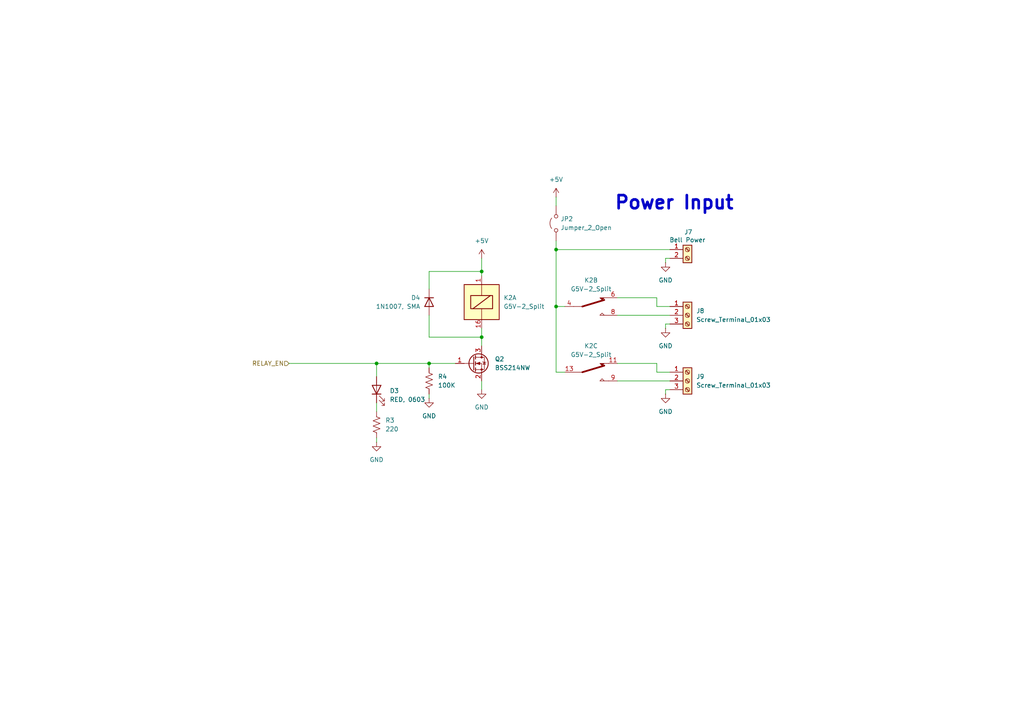
<source format=kicad_sch>
(kicad_sch (version 20231120) (generator "eeschema") (generator_version "8.0")
  (paper "A4")
  (lib_symbols
    (symbol "Connector:Screw_Terminal_01x02" (pin_names (offset 1.016) hide)
      (property "Reference" "J" (at 0 2.54 0))
      (property "Value" "Screw_Terminal_01x02" (at 0 -5.08 0))
      (symbol "Screw_Terminal_01x02_1_1"
        (rectangle (start -1.27 1.27) (end 1.27 -3.81) (stroke (width 0.254)) (fill (type background)))
        (circle (center 0 -2.54) (radius 0.635) (stroke (width 0.1524)))
        (polyline (pts (xy -0.5334 -2.2098) (xy 0.3302 -3.048)) (stroke (width 0.1524)))
        (polyline (pts (xy -0.5334 0.3302) (xy 0.3302 -0.508)) (stroke (width 0.1524)))
        (polyline (pts (xy -0.3556 -2.032) (xy 0.508 -2.8702)) (stroke (width 0.1524)))
        (polyline (pts (xy -0.3556 0.508) (xy 0.508 -0.3302)) (stroke (width 0.1524)))
        (circle (center 0 0) (radius 0.635) (stroke (width 0.1524)))
        (pin passive line (at -5.08 0 0) (length 3.81) (name "Pin_1") (number "1"))
        (pin passive line (at -5.08 -2.54 0) (length 3.81) (name "Pin_2") (number "2"))
      )
    )
    (symbol "Connector:Screw_Terminal_01x03" (pin_names (offset 1.016) hide)
      (property "Reference" "J" (at 0 5.08 0))
      (property "Value" "Screw_Terminal_01x03" (at 0 -5.08 0))
      (symbol "Screw_Terminal_01x03_1_1"
        (rectangle (start -1.27 3.81) (end 1.27 -3.81) (stroke (width 0.254)) (fill (type background)))
        (circle (center 0 -2.54) (radius 0.635) (stroke (width 0.1524)))
        (polyline (pts (xy -0.5334 -2.2098) (xy 0.3302 -3.048)) (stroke (width 0.1524)))
        (polyline (pts (xy -0.5334 0.3302) (xy 0.3302 -0.508)) (stroke (width 0.1524)))
        (polyline (pts (xy -0.5334 2.8702) (xy 0.3302 2.032)) (stroke (width 0.1524)))
        (polyline (pts (xy -0.3556 -2.032) (xy 0.508 -2.8702)) (stroke (width 0.1524)))
        (polyline (pts (xy -0.3556 0.508) (xy 0.508 -0.3302)) (stroke (width 0.1524)))
        (polyline (pts (xy -0.3556 3.048) (xy 0.508 2.2098)) (stroke (width 0.1524)))
        (circle (center 0 0) (radius 0.635) (stroke (width 0.1524)))
        (circle (center 0 2.54) (radius 0.635) (stroke (width 0.1524)))
        (pin passive line (at -5.08 2.54 0) (length 3.81) (name "Pin_1") (number "1"))
        (pin passive line (at -5.08 0 0) (length 3.81) (name "Pin_2") (number "2"))
        (pin passive line (at -5.08 -2.54 0) (length 3.81) (name "Pin_3") (number "3"))
      )
    )
    (symbol "Device:D" (pin_numbers hide) (pin_names (offset 1.016) hide)
      (property "Reference" "D" (at 0 2.54 0))
      (property "Value" "D" (at 0 -2.54 0))
      (symbol "D_0_1"
        (polyline (pts (xy -1.27 1.27) (xy -1.27 -1.27)) (stroke (width 0.254)))
        (polyline (pts (xy 1.27 0) (xy -1.27 0)))
        (polyline (pts (xy 1.27 1.27) (xy 1.27 -1.27) (xy -1.27 0) (xy 1.27 1.27)) (stroke (width 0.254)))
      )
      (symbol "D_1_1"
        (pin passive line (at -3.81 0 0) (length 2.54) (name "K") (number "1"))
        (pin passive line (at 3.81 0 180) (length 2.54) (name "A") (number "2"))
      )
    )
    (symbol "Device:LED" (pin_numbers hide) (pin_names (offset 1.016) hide)
      (property "Reference" "D" (at 0 2.54 0))
      (property "Value" "LED" (at 0 -2.54 0))
      (symbol "LED_0_1"
        (polyline (pts (xy -1.27 -1.27) (xy -1.27 1.27)) (stroke (width 0.254)))
        (polyline (pts (xy -1.27 0) (xy 1.27 0)))
        (polyline (pts (xy 1.27 -1.27) (xy 1.27 1.27) (xy -1.27 0) (xy 1.27 -1.27)) (stroke (width 0.254)))
        (polyline (pts (xy -3.048 -0.762) (xy -4.572 -2.286) (xy -3.81 -2.286) (xy -4.572 -2.286) (xy -4.572 -1.524)))
        (polyline (pts (xy -1.778 -0.762) (xy -3.302 -2.286) (xy -2.54 -2.286) (xy -3.302 -2.286) (xy -3.302 -1.524)))
      )
      (symbol "LED_1_1"
        (pin passive line (at -3.81 0 0) (length 2.54) (name "K") (number "1"))
        (pin passive line (at 3.81 0 180) (length 2.54) (name "A") (number "2"))
      )
    )
    (symbol "Device:R_US" (pin_numbers hide) (pin_names (offset 0))
      (property "Reference" "R" (at 2.54 0 90))
      (property "Value" "R_US" (at -2.54 0 90))
      (symbol "R_US_0_1"
        (polyline (pts (xy 0 -2.286) (xy 0 -2.54)))
        (polyline (pts (xy 0 2.286) (xy 0 2.54)))
        (polyline (pts (xy 0 -0.762) (xy 1.016 -1.143) (xy 0 -1.524) (xy -1.016 -1.905) (xy 0 -2.286)))
        (polyline (pts (xy 0 0.762) (xy 1.016 0.381) (xy 0 0) (xy -1.016 -0.381) (xy 0 -0.762)))
        (polyline (pts (xy 0 2.286) (xy 1.016 1.905) (xy 0 1.524) (xy -1.016 1.143) (xy 0 0.762)))
      )
      (symbol "R_US_1_1"
        (pin passive line (at 0 3.81 270) (length 1.27) (name "~") (number "1"))
        (pin passive line (at 0 -3.81 90) (length 1.27) (name "~") (number "2"))
      )
    )
    (symbol "Jumper:Jumper_2_Open" (pin_numbers hide) (pin_names (offset 0) hide) (exclude_from_sim yes)
      (property "Reference" "JP" (at 0 2.794 0))
      (property "Value" "Jumper_2_Open" (at 0 -2.286 0))
      (symbol "Jumper_2_Open_0_0"
        (circle (center -2.032 0) (radius 0.508))
        (circle (center 2.032 0) (radius 0.508))
      )
      (symbol "Jumper_2_Open_0_1"
        (arc (start 1.524 1.27) (mid 0 1.778) (end -1.524 1.27))
      )
      (symbol "Jumper_2_Open_1_1"
        (pin passive line (at -5.08 0 0) (length 2.54) (name "A") (number "1"))
        (pin passive line (at 5.08 0 180) (length 2.54) (name "B") (number "2"))
      )
    )
    (symbol "Relay:G5V-2_Split"
      (property "Reference" "K" (at 6.35 1.27 0))
      (property "Value" "G5V-2_Split" (at 6.35 -1.27 0))
      (symbol "G5V-2_Split_1_1"
        (rectangle (start -5.08 5.08) (end 5.08 -5.08) (stroke (width 0.254)) (fill (type background)))
        (rectangle (start -3.175 1.905) (end 3.175 -1.905) (stroke (width 0.254)))
        (polyline (pts (xy -2.54 -1.905) (xy 2.54 1.905)) (stroke (width 0.254)))
        (polyline (pts (xy 0 -5.08) (xy 0 -1.905)))
        (polyline (pts (xy 0 5.08) (xy 0 1.905)))
        (pin passive line (at 0 7.62 270) (length 2.54) (name "~") (number "1"))
        (pin passive line (at 0 -7.62 90) (length 2.54) (name "~") (number "16"))
      )
      (symbol "G5V-2_Split_2_1"
        (polyline (pts (xy 0 -2.54) (xy -1.905 3.81)) (stroke (width 0.508)))
        (polyline (pts (xy 0 -2.54) (xy 0 -5.08)))
        (polyline (pts (xy -2.54 5.08) (xy -2.54 2.54) (xy -1.905 3.175) (xy -2.54 3.81)) (fill (type outline)))
        (polyline (pts (xy 2.54 5.08) (xy 2.54 2.54) (xy 1.905 3.175) (xy 2.54 3.81)))
        (pin passive line (at 0 -7.62 90) (length 2.54) (name "~") (number "4"))
        (pin passive line (at -2.54 7.62 270) (length 2.54) (name "~") (number "6"))
        (pin passive line (at 2.54 7.62 270) (length 2.54) (name "~") (number "8"))
      )
      (symbol "G5V-2_Split_3_1"
        (polyline (pts (xy 0 -2.54) (xy -1.905 3.81)) (stroke (width 0.508)))
        (polyline (pts (xy 0 -2.54) (xy 0 -5.08)))
        (polyline (pts (xy -2.54 5.08) (xy -2.54 2.54) (xy -1.905 3.175) (xy -2.54 3.81)) (fill (type outline)))
        (polyline (pts (xy 2.54 5.08) (xy 2.54 2.54) (xy 1.905 3.175) (xy 2.54 3.81)))
        (pin passive line (at -2.54 7.62 270) (length 2.54) (name "~") (number "11"))
        (pin passive line (at 0 -7.62 90) (length 2.54) (name "~") (number "13"))
        (pin passive line (at 2.54 7.62 270) (length 2.54) (name "~") (number "9"))
      )
    )
    (symbol "Transistor_FET:BSS214NW" (pin_names hide)
      (property "Reference" "Q" (at 5.08 1.905 0))
      (property "Value" "BSS214NW" (at 5.08 0 0))
      (symbol "BSS214NW_0_1"
        (polyline (pts (xy 0.254 0) (xy -2.54 0)))
        (polyline (pts (xy 0.254 1.905) (xy 0.254 -1.905)) (stroke (width 0.254)))
        (polyline (pts (xy 0.762 -1.27) (xy 0.762 -2.286)) (stroke (width 0.254)))
        (polyline (pts (xy 0.762 0.508) (xy 0.762 -0.508)) (stroke (width 0.254)))
        (polyline (pts (xy 0.762 2.286) (xy 0.762 1.27)) (stroke (width 0.254)))
        (polyline (pts (xy 2.54 2.54) (xy 2.54 1.778)))
        (polyline (pts (xy 2.54 -2.54) (xy 2.54 0) (xy 0.762 0)))
        (polyline (pts (xy 0.762 -1.778) (xy 3.302 -1.778) (xy 3.302 1.778) (xy 0.762 1.778)))
        (polyline (pts (xy 1.016 0) (xy 2.032 0.381) (xy 2.032 -0.381) (xy 1.016 0)) (fill (type outline)))
        (polyline (pts (xy 2.794 0.508) (xy 2.921 0.381) (xy 3.683 0.381) (xy 3.81 0.254)))
        (polyline (pts (xy 3.302 0.381) (xy 2.921 -0.254) (xy 3.683 -0.254) (xy 3.302 0.381)))
        (circle (center 1.651 0) (radius 2.794) (stroke (width 0.254)))
        (circle (center 2.54 -1.778) (radius 0.254) (fill (type outline)))
        (circle (center 2.54 1.778) (radius 0.254) (fill (type outline)))
      )
      (symbol "BSS214NW_1_1"
        (pin input line (at -5.08 0 0) (length 2.54) (name "G") (number "1"))
        (pin passive line (at 2.54 -5.08 90) (length 2.54) (name "S") (number "2"))
        (pin passive line (at 2.54 5.08 270) (length 2.54) (name "D") (number "3"))
      )
    )
    (symbol "power:+5V" (power) (pin_numbers hide) (pin_names (offset 0) hide)
      (property "Value" "+5V" (at 0 3.556 0))
      (symbol "+5V_0_1"
        (polyline (pts (xy -0.762 1.27) (xy 0 2.54)))
        (polyline (pts (xy 0 0) (xy 0 2.54)))
        (polyline (pts (xy 0 2.54) (xy 0.762 1.27)))
      )
      (symbol "+5V_1_1"
        (pin power_in line (at 0 0 90) (length 0) (name "~") (number "1"))
      )
    )
    (symbol "power:GND" (power) (pin_numbers hide) (pin_names (offset 0) hide)
      (property "Value" "GND" (at 0 -3.81 0))
      (symbol "GND_0_1"
        (polyline (pts (xy 0 0) (xy 0 -1.27) (xy 1.27 -1.27) (xy 0 -2.54) (xy -1.27 -1.27) (xy 0 -1.27)))
      )
      (symbol "GND_1_1"
        (pin power_in line (at 0 0 270) (length 0) (name "~") (number "1"))
      )
    )
  )
  (junction (at 161.29 88.9))
  (junction (at 124.46 105.41))
  (junction (at 139.7 78.74))
  (junction (at 161.29 72.39))
  (junction (at 109.22 105.41))
  (junction (at 139.7 97.79))
  (wire (pts (xy 163.83 107.95) (xy 161.29 107.95)))
  (wire (pts (xy 161.29 69.85) (xy 161.29 72.39)))
  (wire (pts (xy 139.7 78.74) (xy 124.46 78.74)))
  (wire (pts (xy 190.5 88.9) (xy 194.31 88.9)))
  (wire (pts (xy 109.22 116.84) (xy 109.22 119.38)))
  (wire (pts (xy 139.7 74.93) (xy 139.7 78.74)))
  (wire (pts (xy 194.31 72.39) (xy 161.29 72.39)))
  (wire (pts (xy 139.7 97.79) (xy 139.7 95.25)))
  (wire (pts (xy 193.04 113.03) (xy 194.31 113.03)))
  (wire (pts (xy 163.83 88.9) (xy 161.29 88.9)))
  (wire (pts (xy 124.46 97.79) (xy 139.7 97.79)))
  (wire (pts (xy 161.29 107.95) (xy 161.29 88.9)))
  (wire (pts (xy 124.46 114.3) (xy 124.46 115.57)))
  (wire (pts (xy 190.5 86.36) (xy 190.5 88.9)))
  (wire (pts (xy 190.5 107.95) (xy 194.31 107.95)))
  (wire (pts (xy 83.82 105.41) (xy 109.22 105.41)))
  (wire (pts (xy 193.04 93.98) (xy 194.31 93.98)))
  (wire (pts (xy 109.22 127) (xy 109.22 128.27)))
  (wire (pts (xy 109.22 105.41) (xy 124.46 105.41)))
  (wire (pts (xy 161.29 57.15) (xy 161.29 59.69)))
  (wire (pts (xy 193.04 93.98) (xy 193.04 95.25)))
  (wire (pts (xy 179.07 110.49) (xy 194.31 110.49)))
  (wire (pts (xy 193.04 113.03) (xy 193.04 114.3)))
  (wire (pts (xy 193.04 74.93) (xy 194.31 74.93)))
  (wire (pts (xy 124.46 78.74) (xy 124.46 83.82)))
  (wire (pts (xy 179.07 86.36) (xy 190.5 86.36)))
  (wire (pts (xy 179.07 105.41) (xy 190.5 105.41)))
  (wire (pts (xy 109.22 105.41) (xy 109.22 109.22)))
  (wire (pts (xy 139.7 97.79) (xy 139.7 100.33)))
  (wire (pts (xy 124.46 105.41) (xy 132.08 105.41)))
  (wire (pts (xy 139.7 78.74) (xy 139.7 80.01)))
  (wire (pts (xy 161.29 72.39) (xy 161.29 88.9)))
  (wire (pts (xy 193.04 74.93) (xy 193.04 76.2)))
  (wire (pts (xy 124.46 106.68) (xy 124.46 105.41)))
  (wire (pts (xy 124.46 91.44) (xy 124.46 97.79)))
  (wire (pts (xy 190.5 105.41) (xy 190.5 107.95)))
  (wire (pts (xy 179.07 91.44) (xy 194.31 91.44)))
  (wire (pts (xy 139.7 110.49) (xy 139.7 113.03)))
  (text "Power Input" (at 195.58 58.928 0) (effects (font (size 3.81 3.81) (thickness 0.762) (bold yes))))
  (hierarchical_label "RELAY_EN" (shape input) (at 83.82 105.41 180))
  (symbol (lib_id "Connector:Screw_Terminal_01x03") (at 199.39 110.49 0) (unit 1)
    (property "Reference" "J6" (at 201.93 109.2199 0) (effects (justify left)))
    (property "Value" "Screw_Terminal_01x03" (at 201.93 111.7599 0) (effects (justify left)))
    (property "Footprint" "TerminalBlock:TerminalBlock_bornier-3_P5.08mm" (effects (hide yes)))
    (property "Description" "Generic screw terminal, single row, 01x03, script generated (kicad-library-utils/schlib/autogen/connector/)" (effects (hide yes)))
    (property "LCSC" "C5142621" (effects (hide yes)))
    (instances (project "ESP32Breakout" (path "" (reference "J9") (unit 1)) (path "" (reference "J6") (unit 1))))
  )
  (symbol (lib_id "Relay:G5V-2_Split") (at 171.45 88.9 270) (unit 2)
    (property "Reference" "K1" (at 171.45 81.28 90))
    (property "Value" "G5V-2_Split" (at 171.45 83.82 90))
    (property "Footprint" "Relay_THT:Relay_DPDT_Omron_G5V-2" (effects (hide yes)))
    (property "Datasheet" "http://omronfs.omron.com/en_US/ecb/products/pdf/en-g5v_2.pdf" (effects (hide yes)))
    (property "Description" "Relay Miniature Omron DPDT" (effects (hide yes)))
    (property "LCSC" "C27269" (effects (hide yes)))
    (instances (project "ESP32Breakout" (path "" (reference "K2") (unit 2)) (path "" (reference "K1") (unit 2))))
  )
  (symbol (lib_id "Relay:G5V-2_Split") (at 139.7 87.63 0) (unit 1)
    (property "Reference" "K1" (at 146.05 86.3599 0) (effects (justify left)))
    (property "Value" "G5V-2_Split" (at 146.05 88.8999 0) (effects (justify left)))
    (property "Footprint" "Relay_THT:Relay_DPDT_Omron_G5V-2" (effects (hide yes)))
    (property "Datasheet" "http://omronfs.omron.com/en_US/ecb/products/pdf/en-g5v_2.pdf" (effects (hide yes)))
    (property "Description" "Relay Miniature Omron DPDT" (effects (hide yes)))
    (property "LCSC" "C27269" (effects (hide yes)))
    (instances (project "ESP32Breakout" (path "" (reference "K2") (unit 1)) (path "" (reference "K1") (unit 1))))
  )
  (symbol (lib_id "Connector:Screw_Terminal_01x02") (at 199.39 72.39 0) (unit 1)
    (property "Reference" "J4" (at 199.644 67.31 0))
    (property "Value" "Bell Power" (at 199.39 69.596 0))
    (property "Footprint" "TerminalBlock:TerminalBlock_bornier-2_P5.08mm" (effects (hide yes)))
    (property "Description" "Generic screw terminal, single row, 01x02, script generated (kicad-library-utils/schlib/autogen/connector/)" (effects (hide yes)))
    (property "LCSC" "C5142622" (effects (hide yes)))
    (instances (project "ESP32Breakout" (path "" (reference "J7") (unit 1)) (path "" (reference "J4") (unit 1))))
  )
  (symbol (lib_id "Device:R_US") (at 124.46 110.49 0) (unit 1)
    (property "Reference" "R2" (at 127 109.2199 0) (effects (justify left)))
    (property "Value" "100K" (at 127 111.7599 0) (effects (justify left)))
    (property "Footprint" "Resistor_SMD:R_0402_1005Metric" (effects (hide yes)))
    (property "Description" "Resistor, US symbol" (effects (hide yes)))
    (property "LCSC" "C25530" (effects (hide yes)))
    (instances (project "ESP32Breakout" (path "" (reference "R4") (unit 1)) (path "" (reference "R2") (unit 1))))
  )
  (symbol (lib_id "power:+5V") (at 161.29 57.15 0) (unit 1)
    (property "Reference" "#PWR09" (effects (hide yes)))
    (property "Value" "+5V" (at 161.29 52.07 0))
    (property "Description" "Power symbol creates a global label with name \"+5V\"" (effects (hide yes)))
    (instances (project "ESP32Breakout" (path "" (reference "#PWR017") (unit 1)) (path "" (reference "#PWR09") (unit 1))))
  )
  (symbol (lib_id "power:GND") (at 193.04 76.2 0) (unit 1)
    (property "Reference" "#PWR010" (effects (hide yes)))
    (property "Value" "GND" (at 193.04 81.28 0))
    (property "Description" "Power symbol creates a global label with name \"GND\" , ground" (effects (hide yes)))
    (instances (project "ESP32Breakout" (path "" (reference "#PWR018") (unit 1)) (path "" (reference "#PWR010") (unit 1))))
  )
  (symbol (lib_id "Device:D") (at 124.46 87.63 90) (mirror x) (unit 1)
    (property "Reference" "D2" (at 121.92 86.3599 90) (effects (justify left)))
    (property "Value" "1N1007, SMA" (at 121.92 88.8999 90) (effects (justify left)))
    (property "Footprint" "Diode_SMD:D_SMA" (effects (hide yes)))
    (property "Description" "Diode" (effects (hide yes)))
    (property "Sim.Device" "D" (effects (hide yes)))
    (property "Sim.Pins" "1=K 2=A" (effects (hide yes)))
    (property "LCSC" "C727081" (effects (hide yes)))
    (instances (project "ESP32Breakout" (path "" (reference "D4") (unit 1)) (path "" (reference "D2") (unit 1))))
  )
  (symbol (lib_id "Device:R_US") (at 109.22 123.19 0) (unit 1)
    (property "Reference" "R1" (at 111.76 121.9199 0) (effects (justify left)))
    (property "Value" "220" (at 111.76 124.4599 0) (effects (justify left)))
    (property "Footprint" "Resistor_SMD:R_0402_1005Metric" (effects (hide yes)))
    (property "Description" "Resistor, US symbol" (effects (hide yes)))
    (property "LCSC" "C25091" (effects (hide yes)))
    (instances (project "ESP32Breakout" (path "" (reference "R3") (unit 1)) (path "" (reference "R1") (unit 1))))
  )
  (symbol (lib_id "Jumper:Jumper_2_Open") (at 161.29 64.77 90) (unit 1) (exclude_from_sim yes)
    (property "Reference" "JP1" (at 162.56 63.4999 90) (effects (justify right)))
    (property "Value" "Jumper_2_Open" (at 162.56 66.0399 90) (effects (justify right)))
    (property "Footprint" "Jumper:SolderJumper-2_P1.3mm_Open_RoundedPad1.0x1.5mm" (effects (hide yes)))
    (property "Description" "Jumper, 2-pole, open" (effects (hide yes)))
    (instances (project "ESP32Breakout" (path "" (reference "JP2") (unit 1)) (path "" (reference "JP1") (unit 1))))
  )
  (symbol (lib_id "power:GND") (at 193.04 114.3 0) (unit 1)
    (property "Reference" "#PWR012" (effects (hide yes)))
    (property "Value" "GND" (at 193.04 119.38 0))
    (property "Description" "Power symbol creates a global label with name \"GND\" , ground" (effects (hide yes)))
    (instances (project "ESP32Breakout" (path "" (reference "#PWR020") (unit 1)) (path "" (reference "#PWR012") (unit 1))))
  )
  (symbol (lib_id "Relay:G5V-2_Split") (at 171.45 107.95 270) (unit 3)
    (property "Reference" "K1" (at 171.45 100.33 90))
    (property "Value" "G5V-2_Split" (at 171.45 102.87 90))
    (property "Footprint" "Relay_THT:Relay_DPDT_Omron_G5V-2" (effects (hide yes)))
    (property "Datasheet" "http://omronfs.omron.com/en_US/ecb/products/pdf/en-g5v_2.pdf" (effects (hide yes)))
    (property "Description" "Relay Miniature Omron DPDT" (effects (hide yes)))
    (property "LCSC" "C27269" (effects (hide yes)))
    (instances (project "ESP32Breakout" (path "" (reference "K2") (unit 3)) (path "" (reference "K1") (unit 3))))
  )
  (symbol (lib_id "power:GND") (at 109.22 128.27 0) (unit 1)
    (property "Reference" "#PWR05" (effects (hide yes)))
    (property "Value" "GND" (at 109.22 133.35 0))
    (property "Description" "Power symbol creates a global label with name \"GND\" , ground" (effects (hide yes)))
    (instances (project "ESP32Breakout" (path "" (reference "#PWR013") (unit 1)) (path "" (reference "#PWR05") (unit 1))))
  )
  (symbol (lib_id "power:GND") (at 193.04 95.25 0) (unit 1)
    (property "Reference" "#PWR011" (effects (hide yes)))
    (property "Value" "GND" (at 193.04 100.33 0))
    (property "Description" "Power symbol creates a global label with name \"GND\" , ground" (effects (hide yes)))
    (instances (project "ESP32Breakout" (path "" (reference "#PWR019") (unit 1)) (path "" (reference "#PWR011") (unit 1))))
  )
  (symbol (lib_id "Connector:Screw_Terminal_01x03") (at 199.39 91.44 0) (unit 1)
    (property "Reference" "J5" (at 201.93 90.1699 0) (effects (justify left)))
    (property "Value" "Screw_Terminal_01x03" (at 201.93 92.7099 0) (effects (justify left)))
    (property "Footprint" "TerminalBlock:TerminalBlock_bornier-3_P5.08mm" (effects (hide yes)))
    (property "Description" "Generic screw terminal, single row, 01x03, script generated (kicad-library-utils/schlib/autogen/connector/)" (effects (hide yes)))
    (property "LCSC" "C5142621" (effects (hide yes)))
    (instances (project "ESP32Breakout" (path "" (reference "J8") (unit 1)) (path "" (reference "J5") (unit 1))))
  )
  (symbol (lib_id "power:+5V") (at 139.7 74.93 0) (unit 1)
    (property "Reference" "#PWR07" (effects (hide yes)))
    (property "Value" "+5V" (at 139.7 69.85 0))
    (property "Description" "Power symbol creates a global label with name \"+5V\"" (effects (hide yes)))
    (instances (project "ESP32Breakout" (path "" (reference "#PWR015") (unit 1)) (path "" (reference "#PWR07") (unit 1))))
  )
  (symbol (lib_id "Device:LED") (at 109.22 113.03 90) (unit 1)
    (property "Reference" "D1" (at 113.03 113.3474 90) (effects (justify right)))
    (property "Value" "RED, 0603" (at 113.03 115.8874 90) (effects (justify right)))
    (property "Footprint" "LED_SMD:LED_0603_1608Metric" (effects (hide yes)))
    (property "Description" "Light emitting diode" (effects (hide yes)))
    (property "LCSC" " C2286" (effects (hide yes)))
    (instances (project "ESP32Breakout" (path "" (reference "D3") (unit 1)) (path "" (reference "D1") (unit 1))))
  )
  (symbol (lib_id "power:GND") (at 139.7 113.03 0) (unit 1)
    (property "Reference" "#PWR08" (effects (hide yes)))
    (property "Value" "GND" (at 139.7 118.11 0))
    (property "Description" "Power symbol creates a global label with name \"GND\" , ground" (effects (hide yes)))
    (instances (project "ESP32Breakout" (path "" (reference "#PWR016") (unit 1)) (path "" (reference "#PWR08") (unit 1))))
  )
  (symbol (lib_id "Transistor_FET:BSS214NW") (at 137.16 105.41 0) (unit 1)
    (property "Reference" "Q1" (at 143.51 104.1399 0) (effects (justify left)))
    (property "Value" "BSS214NW" (at 143.51 106.6799 0) (effects (justify left)))
    (property "Footprint" "Package_TO_SOT_SMD:SOT-323_SC-70" (effects (hide yes)))
    (property "Datasheet" "https://www.infineon.com/dgdl/Infineon-BSS214NW-DS-v02_02-en.pdf?fileId=db3a30431b3e89eb011b695aebc01bde" (effects (hide yes)))
    (property "Description" "20V Vds, 1.5A Id, N-Channel MOSFET, SOT-323" (effects (hide yes)))
    (property "LCSC" "C412741" (effects (hide yes)))
    (instances (project "ESP32Breakout" (path "" (reference "Q2") (unit 1)) (path "" (reference "Q1") (unit 1))))
  )
  (symbol (lib_id "power:GND") (at 124.46 115.57 0) (unit 1)
    (property "Reference" "#PWR06" (effects (hide yes)))
    (property "Value" "GND" (at 124.46 120.65 0))
    (property "Description" "Power symbol creates a global label with name \"GND\" , ground" (effects (hide yes)))
    (instances (project "ESP32Breakout" (path "" (reference "#PWR014") (unit 1)) (path "" (reference "#PWR06") (unit 1))))
  )
)
</source>
